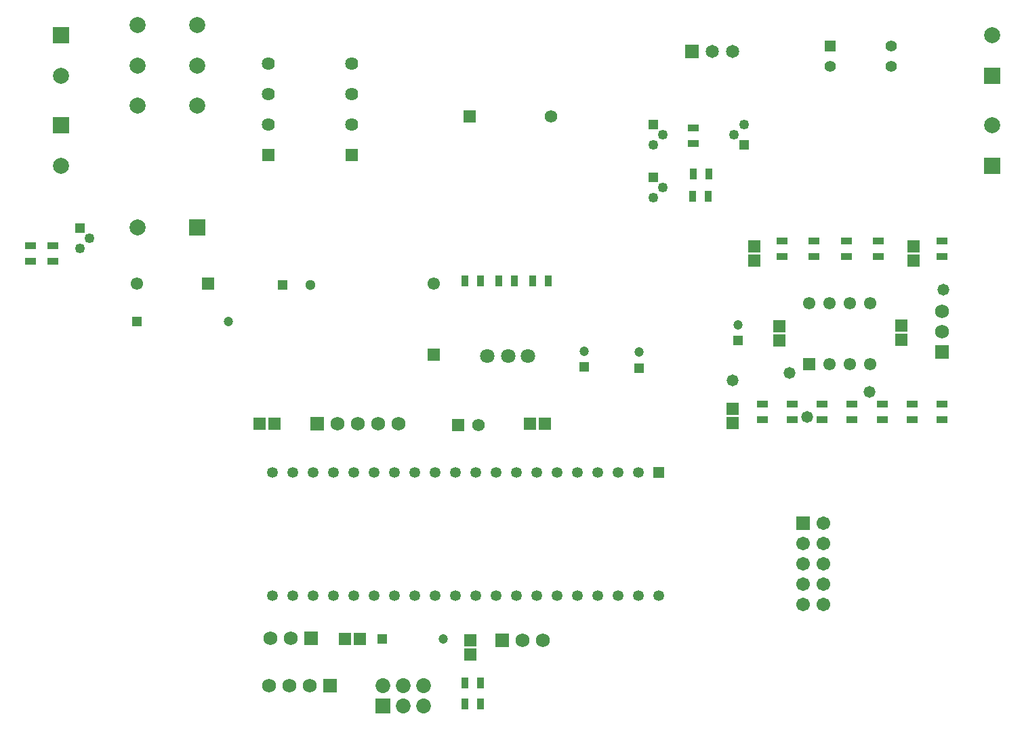
<source format=gbr>
G04*
G04 #@! TF.GenerationSoftware,Altium Limited,Altium Designer,23.2.1 (34)*
G04*
G04 Layer_Color=8388736*
%FSLAX25Y25*%
%MOIN*%
G70*
G04*
G04 #@! TF.SameCoordinates,AA8C1714-0897-42F8-9FD5-1005084B58DB*
G04*
G04*
G04 #@! TF.FilePolarity,Negative*
G04*
G01*
G75*
%ADD15R,0.06127X0.05924*%
%ADD16R,0.05709X0.03740*%
%ADD17R,0.03740X0.05709*%
%ADD18R,0.05924X0.06127*%
%ADD19C,0.04934*%
%ADD20R,0.04934X0.04934*%
%ADD21C,0.06102*%
%ADD22R,0.06102X0.06102*%
%ADD23R,0.06200X0.06200*%
%ADD24C,0.06200*%
%ADD25C,0.06706*%
%ADD26R,0.06706X0.06706*%
%ADD27C,0.06400*%
%ADD28R,0.06400X0.06400*%
%ADD29C,0.07887*%
%ADD30R,0.07887X0.07887*%
%ADD31C,0.06181*%
%ADD32R,0.06181X0.06181*%
%ADD33C,0.07099*%
%ADD34C,0.04724*%
%ADD35R,0.04724X0.04724*%
%ADD36R,0.04724X0.04724*%
%ADD37R,0.07296X0.07296*%
%ADD38C,0.07296*%
%ADD39C,0.05118*%
%ADD40R,0.05118X0.05118*%
%ADD41C,0.07874*%
%ADD42R,0.07874X0.07874*%
%ADD43R,0.06102X0.06102*%
%ADD44R,0.06500X0.06500*%
%ADD45C,0.06500*%
%ADD46C,0.05500*%
%ADD47R,0.05500X0.05500*%
%ADD48C,0.05315*%
%ADD49R,0.05315X0.05315*%
%ADD50R,0.06902X0.06902*%
%ADD51C,0.06902*%
%ADD52R,0.06902X0.06902*%
%ADD53C,0.05800*%
D15*
X556070Y366546D02*
D03*
Y359454D02*
D03*
X467000Y279454D02*
D03*
Y286546D02*
D03*
X477500Y359454D02*
D03*
Y366546D02*
D03*
X490000Y327093D02*
D03*
Y320000D02*
D03*
X550000Y320454D02*
D03*
Y327546D02*
D03*
X338000Y165454D02*
D03*
Y172546D02*
D03*
D16*
X522858Y369213D02*
D03*
Y361536D02*
D03*
X481500Y288839D02*
D03*
Y281161D02*
D03*
X570000Y369213D02*
D03*
Y361536D02*
D03*
X496250Y281161D02*
D03*
Y288839D02*
D03*
X511000Y281161D02*
D03*
Y288839D02*
D03*
X525750Y281161D02*
D03*
Y288839D02*
D03*
X540500Y281161D02*
D03*
Y288839D02*
D03*
X570000Y281161D02*
D03*
Y288839D02*
D03*
X555250Y281161D02*
D03*
Y288839D02*
D03*
X447500Y417000D02*
D03*
Y424677D02*
D03*
X121500Y366677D02*
D03*
Y359000D02*
D03*
X132500D02*
D03*
Y366677D02*
D03*
X507144Y361536D02*
D03*
Y369213D02*
D03*
X538572Y361536D02*
D03*
Y369213D02*
D03*
X491430Y361536D02*
D03*
Y369213D02*
D03*
D17*
X343000Y151500D02*
D03*
X335323D02*
D03*
X335161Y141000D02*
D03*
X342839D02*
D03*
X447323Y391000D02*
D03*
X455000D02*
D03*
X447661Y402000D02*
D03*
X455339D02*
D03*
X351911Y349500D02*
D03*
X359589D02*
D03*
X335161D02*
D03*
X342839D02*
D03*
X368661D02*
D03*
X376339D02*
D03*
D18*
X374546Y279000D02*
D03*
X367454D02*
D03*
X241500D02*
D03*
X234407D02*
D03*
X276407Y173000D02*
D03*
X283500D02*
D03*
D19*
X146000Y365500D02*
D03*
X150500Y370500D02*
D03*
X467500Y421500D02*
D03*
X472500Y426500D02*
D03*
X432500Y395500D02*
D03*
X428000Y390500D02*
D03*
X432500Y421500D02*
D03*
X428000Y416500D02*
D03*
D20*
X146000Y375500D02*
D03*
X472500Y416500D02*
D03*
X428000Y400500D02*
D03*
Y426500D02*
D03*
D21*
X174020Y348000D02*
D03*
X534500Y308500D02*
D03*
X524500D02*
D03*
X514500D02*
D03*
X504500Y338500D02*
D03*
X514500D02*
D03*
X524500D02*
D03*
X534500D02*
D03*
X320000Y347980D02*
D03*
D22*
X208980Y348000D02*
D03*
X504500Y308500D02*
D03*
D23*
X337600Y430500D02*
D03*
D24*
X377600D02*
D03*
D25*
X511500Y190000D02*
D03*
X501500D02*
D03*
X511500Y200000D02*
D03*
X501500D02*
D03*
X511500Y210000D02*
D03*
X501500D02*
D03*
X511500Y220000D02*
D03*
X501500D02*
D03*
X511500Y230000D02*
D03*
D26*
X501500D02*
D03*
D27*
X238500Y456500D02*
D03*
Y441500D02*
D03*
Y426500D02*
D03*
X279500D02*
D03*
Y441500D02*
D03*
Y456500D02*
D03*
D28*
X238500Y411500D02*
D03*
X279500D02*
D03*
D29*
X594500Y426271D02*
D03*
Y470500D02*
D03*
X136500Y450500D02*
D03*
Y406271D02*
D03*
D30*
X594500D02*
D03*
Y450500D02*
D03*
X136500Y470500D02*
D03*
Y426271D02*
D03*
D31*
X342000Y278500D02*
D03*
D32*
X332000D02*
D03*
D33*
X346264Y312500D02*
D03*
X366343D02*
D03*
X356500D02*
D03*
D34*
X219083Y329500D02*
D03*
X469500Y327937D02*
D03*
X421000Y314437D02*
D03*
X394000Y314937D02*
D03*
X324512Y173000D02*
D03*
D35*
X173917Y329500D02*
D03*
X294488Y173000D02*
D03*
D36*
X469500Y320063D02*
D03*
X421000Y306563D02*
D03*
X394000Y307063D02*
D03*
D37*
X295000Y140000D02*
D03*
D38*
Y150000D02*
D03*
X305000Y140000D02*
D03*
X315000D02*
D03*
X305000Y150000D02*
D03*
X315000D02*
D03*
D39*
X259390Y347500D02*
D03*
D40*
X245610D02*
D03*
D41*
X203764Y475429D02*
D03*
Y455587D02*
D03*
Y435744D02*
D03*
X174236Y475429D02*
D03*
Y455587D02*
D03*
Y435744D02*
D03*
Y375665D02*
D03*
D42*
X203764D02*
D03*
D43*
X320000Y313020D02*
D03*
D44*
X447000Y462500D02*
D03*
D45*
X457000D02*
D03*
X467000D02*
D03*
D46*
X545000Y465000D02*
D03*
Y455000D02*
D03*
X515000D02*
D03*
D47*
Y465000D02*
D03*
D48*
X430500Y194500D02*
D03*
X420500D02*
D03*
X410500D02*
D03*
X400500D02*
D03*
X390500D02*
D03*
X380500D02*
D03*
X370500D02*
D03*
X360500D02*
D03*
X350500D02*
D03*
X340500D02*
D03*
X330500D02*
D03*
X320500D02*
D03*
X310500D02*
D03*
X300500D02*
D03*
X290500D02*
D03*
X280500D02*
D03*
X270500D02*
D03*
X260500D02*
D03*
X250500D02*
D03*
X240500D02*
D03*
Y255250D02*
D03*
X250500D02*
D03*
X260500D02*
D03*
X270500D02*
D03*
X280500D02*
D03*
X290500D02*
D03*
X300500D02*
D03*
X310500D02*
D03*
X320500D02*
D03*
X330500D02*
D03*
X340500D02*
D03*
X350500D02*
D03*
X360500D02*
D03*
X370500D02*
D03*
X380500D02*
D03*
X390500D02*
D03*
X400500D02*
D03*
X410500D02*
D03*
X420500D02*
D03*
D49*
X430500D02*
D03*
D50*
X353500Y172500D02*
D03*
X262500Y279000D02*
D03*
X269000Y150000D02*
D03*
X259500Y173500D02*
D03*
D51*
X363500Y172500D02*
D03*
X373500D02*
D03*
X302500Y279000D02*
D03*
X292500D02*
D03*
X282500D02*
D03*
X272500D02*
D03*
X259000Y150000D02*
D03*
X249000D02*
D03*
X239000D02*
D03*
X249500Y173500D02*
D03*
X239500D02*
D03*
X570000Y324500D02*
D03*
Y334500D02*
D03*
D52*
Y314500D02*
D03*
D53*
X503500Y282500D02*
D03*
X495000Y304000D02*
D03*
X467000Y300500D02*
D03*
X534400Y294800D02*
D03*
X570500Y345200D02*
D03*
M02*

</source>
